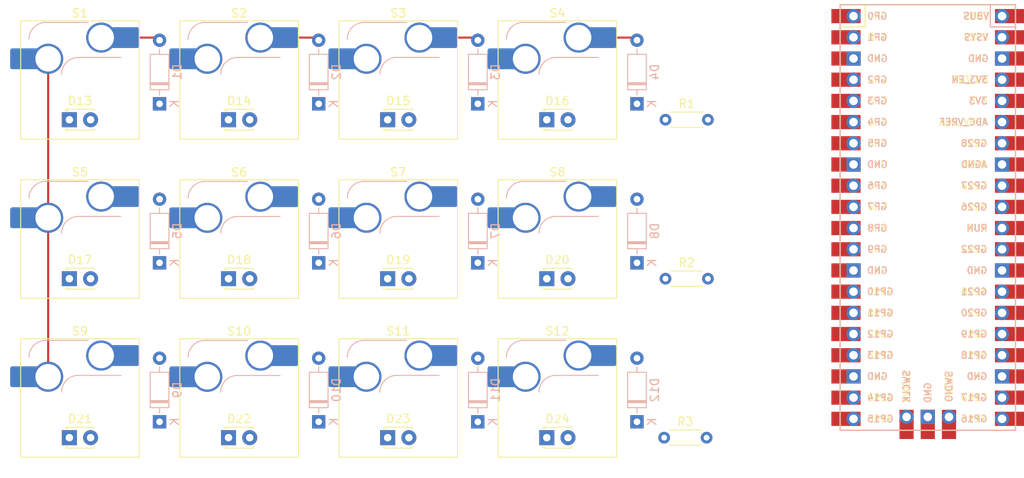
<source format=kicad_pcb>
(kicad_pcb (version 20221018) (generator pcbnew)
  (layers (0 "F.Cu" signal) (31 "B.Cu" signal) (34 "B.Paste" user) (35 "F.Paste" user) (36 "B.SilkS" user "B.Silkscreen") (37 "F.SilkS" user "F.Silkscreen") (38 "B.Mask" user) (39 "F.Mask" user) (44 "Edge.Cuts" user))
  (net 0 "")
  (net 1 "Row 1")
  (net 2 "Net-(D1-A)")
  (net 3 "Net-(D2-A)")
  (net 4 "Net-(D3-A)")
  (net 5 "Net-(D4-A)")
  (net 6 "Row 2")
  (net 7 "Net-(D5-A)")
  (net 8 "Net-(D6-A)")
  (net 9 "Net-(D7-A)")
  (net 10 "Net-(D8-A)")
  (net 11 "Row 3")
  (net 12 "Net-(D9-A)")
  (net 13 "Net-(D10-A)")
  (net 14 "Net-(D11-A)")
  (net 15 "Net-(D12-A)")
  (net 16 "Column 1")
  (net 17 "Column 2")
  (net 18 "Column 3")
  (net 19 "Column 4")
  (net 49 "Column 5")
  (net 50 "Net-(D13-A)")
  (net 51 "Column 6")
  (net 52 "Column 7")
  (net 53 "Column 8")
  (net 54 "Net-(D17-A)")
  (net 55 "Net-(D21-A)")
  (net 56 "Row 4")
  (net 57 "Row 5")
  (net 58 "Row 6")
  (footprint "LED_THT:LED_D1.8mm_W3.3mm_H2.4mm" (layer "F.Cu") (at 77.81625 80.2875)
    (fp_text reference "D22" (at 1.27 -2.26) (layer "F.SilkS"))
    (fp_text value "LED")
    (pad "1" thru_hole rect (at 0 0) (size 1.8 1.8) (drill 0.9) (layers "*.Cu" "*.Mask") (net 51 "Column 6"))
    (pad "2" thru_hole circle (at 2.54 0) (size 1.8 1.8) (drill 0.9) (layers "*.Cu" "*.Mask") (net 55 "Net-(D21-A)"))
  )
  (footprint "ScottoKeebs_Hotswap:Hotswap_MX_Plated_1.00u" (layer "F.Cu") (at 60.03625 75.525)
    (fp_text reference "S9" (at 0 -8) (layer "F.SilkS"))
    (fp_text value "Keyswitch")
    (pad "" np_thru_hole circle (at -5.08 0) (size 1.75 1.75) (drill 1.75) (layers "F&B.Cu" "*.Mask") (clearance 0.1))
    (pad "" np_thru_hole circle (at 0 0) (size 4 4) (drill 4) (layers "*.Cu" "*.Mask"))
    (pad "" np_thru_hole circle (at 5.08 0) (size 1.75 1.75) (drill 1.75) (layers "*.Cu" "*.Mask"))
    (pad "1" smd roundrect (at -6.585 -2.54) (size 3.55 2.5) (layers "B.Cu") (roundrect_rratio 0.1) (net 16 "Column 1"))
    (pad "1" thru_hole circle (at -3.81 -2.54) (size 3.6 3.6) (drill 3.05) (layers "*.Cu" "*.Mask") (net 16 "Column 1"))
    (pad "2" thru_hole circle (at 2.54 -5.08) (size 3.6 3.6) (drill 3.05) (layers "*.Cu" "*.Mask") (net 12 "Net-(D9-A)"))
    (pad "2" smd roundrect (at 5.32 -5.08) (size 3.55 2.5) (layers "B.Cu") (roundrect_rratio 0.1) (net 12 "Net-(D9-A)"))
  )
  (footprint "ScottoKeebs_MCU:Raspberry_Pi_Pico" (layer "F.Cu") (at 161.52375 53.9)
    (fp_text reference "U1" hide)
    (fp_text value "Raspberry_Pi_Pico" hide)
    (fp_text user "GP0" (at -6.04 -24.13) (layer "B.SilkS") (effects (font (size 0.8 0.8)) (justify mirror)))
    (fp_text user "GP14" (at -5.69 21.59) (layer "B.SilkS") (effects (font (size 0.8 0.8)) (justify mirror)))
    (fp_text user "GP2" (at -6.04 -16.51) (layer "B.SilkS") (effects (font (size 0.8 0.8)) (justify mirror)))
    (fp_text user "VBUS" (at 5.79 -24.13) (layer "B.SilkS") (effects (font (size 0.8 0.8)) (justify mirror)))
    (fp_text user "GP13" (at -5.69 16.51) (layer "B.SilkS") (effects (font (size 0.8 0.8)) (justify mirror)))
    (fp_text user "AGND" (at 5.54 -6.35) (layer "B.SilkS") (effects (font (size 0.8 0.8)) (justify mirror)))
    (fp_text user "GP4" (at -6.04 -11.43) (layer "B.SilkS") (effects (font (size 0.8 0.8)) (justify mirror)))
    (fp_text user "3V3_EN" (at 5.04 -16.51) (layer "B.SilkS") (effects (font (size 0.8 0.8)) (justify mirror)))
    (fp_text user "GND" (at 5.89 6.35) (layer "B.SilkS") (effects (font (size 0.8 0.8)) (justify mirror)))
    (fp_text user "GP17" (at 5.54 21.59) (layer "B.SilkS") (effects (font (size 0.8 0.8)) (justify mirror)))
    (fp_text user "GP11" (at -5.69 11.43) (layer "B.SilkS") (effects (font (size 0.8 0.8)) (justify mirror)))
    (fp_text user "GP3" (at -6.04 -13.97) (layer "B.SilkS") (effects (font (size 0.8 0.8)) (justify mirror)))
    (fp_text user "GP8" (at -6.04 1.27) (layer "B.SilkS") (effects (font (size 0.8 0.8)) (justify mirror)))
    (fp_text user "GP9" (at -6.04 3.81) (layer "B.SilkS") (effects (font (size 0.8 0.8)) (justify mirror)))
    (fp_text user "GP22" (at 5.54 3.81) (layer "B.SilkS") (effects (font (size 0.8 0.8)) (justify mirror)))
    (fp_text user "GP10" (at -5.69 8.89) (layer "B.SilkS") (effects (font (size 0.8 0.8)) (justify mirror)))
    (fp_text user "GP6" (at -6.04 -3.81) (layer "B.SilkS") (effects (font (size 0.8 0.8)) (justify mirror)))
    (fp_text user "GP7" (at -6.04 -1.3) (layer "B.SilkS") (effects (font (size 0.8 0.8)) (justify mirror)))
    (fp_text user "GP16" (at 5.54 24.13) (layer "B.SilkS") (effects (font (size 0.8 0.8)) (justify mirror)))
    (fp_text user "GND" (at -6.04 19.05) (layer "B.SilkS") (effects (font (size 0.8 0.8)) (justify mirror)))
    (fp_text user "GP20" (at 5.54 11.43) (layer "B.SilkS") (effects (font (size 0.8 0.8)) (justify mirror)))
    (fp_text user "GND" (at 6.04 -19.05) (layer "B.SilkS") (effects (font (size 0.8 0.8)) (justify mirror)))
    (fp_text user "GP12" (at -5.69 13.97) (layer "B.SilkS") (effects (font (size 0.8 0.8)) (justify mirror)))
    (fp_text user "GP28" (at 5.54 -8.89) (layer "B.SilkS") (effects (font (size 0.8 0.8)) (justify mirror)))
    (fp_text user "GP21" (at 5.54 8.9) (layer "B.SilkS") (effects (font (size 0.8 0.8)) (justify mirror)))
    (fp_text user "GP5" (at -6.04 -8.89) (layer "B.SilkS") (effects (font (size 0.8 0.8)) (justify mirror)))
    (fp_text user "SWDIO" (at 2.54 20.25 -90) (layer "B.SilkS") (effects (font (size 0.8 0.8)) (justify mirror)))
    (fp_text user "GP18" (at 5.54 16.51) (layer "B.SilkS") (effects (font (size 0.8 0.8)) (justify mirror)))
    (fp_text user "3V3" (at 6.04 -13.97) (layer "B.SilkS") (effects (font (size 0.8 0.8)) (justify mirror)))
    (fp_text user "GP27" (at 5.54 -3.8) (layer "B.SilkS") (effects (font (size 0.8 0.8)) (justify mirror)))
    (fp_text user "GND" (at 0 21 -90) (layer "B.SilkS") (effects (font (size 0.8 0.8)) (justify mirror)))
    (fp_text user "ADC_VREF" (at 4.29 -11.43) (layer "B.SilkS") (effects (font (size 0.8 0.8)) (justify mirror)))
    (fp_text user "GP26" (at 5.54 -1.27) (layer "B.SilkS") (effects (font (size 0.8 0.8)) (justify mirror)))
    (fp_text user "GND" (at -6.04 -6.35) (layer "B.SilkS") (effects (font (size 0.8 0.8)) (justify mirror)))
    (fp_text user "VSYS" (at 5.79 -21.59) (layer "B.SilkS") (effects (font (size 0.8 0.8)) (justify mirror)))
    (fp_text user "GP1" (at -6.04 -21.6) (layer "B.SilkS") (effects (font (size 0.8 0.8)) (justify mirror)))
    (fp_text user "RUN" (at 5.89 1.27) (layer "B.SilkS") (effects (font (size 0.8 0.8)) (justify mirror)))
    (fp_text user "GP19" (at 5.54 13.97) (layer "B.SilkS") (effects (font (size 0.8 0.8)) (justify mirror)))
    (fp_text user "GND" (at -6.04 -19.05) (layer "B.SilkS") (effects (font (size 0.8 0.8)) (justify mirror)))
    (fp_text user "SWCLK" (at -2.54 20.25 -90) (layer "B.SilkS") (effects (font (size 0.8 0.8)) (justify mirror)))
    (fp_text user "GP15" (at -5.69 24.13) (layer "B.SilkS") (effects (font (size 0.8 0.8)) (justify mirror)))
    (fp_text user "GND" (at -6.04 6.35) (layer "B.SilkS") (effects (font (size 0.8 0.8)) (justify mirror)))
    (fp_text user "GND" (at 5.89 19.05) (layer "B.SilkS") (effects (font (size 0.8 0.8)) (justify mirror)))
    (fp_text user "GND" (at -6.04 -19.05) (layer "F.SilkS") (effects (font (size 0.8 0.8))))
    (fp_text user "SWDIO" (at 2.54 20.25 90) (layer "F.SilkS") (effects (font (size 0.8 0.8))))
    (fp_text user "GP15" (at -5.69 24.13) (layer "F.SilkS") (effects (font (size 0.8 0.8))))
    (fp_text user "GP3" (at -6.04 -13.97) (layer "F.SilkS") (effects (font (size 0.8 0.8))))
    (fp_text user "GP26" (at 5.54 -1.27) (layer "F.SilkS") (effects (font (size 0.8 0.8))))
    (fp_text user "GP5" (at -6.04 -8.89) (layer "F.SilkS") (effects (font (size 0.8 0.8))))
    (fp_text user "GP27" (at 5.54 -3.8) (layer "F.SilkS") (effects (font (size 0.8 0.8))))
    (fp_text user "GND" (at -6.04 19.05) (layer "F.SilkS") (effects (font (size 0.8 0.8))))
    (fp_text user "GND" (at 6.04 -19.05) (layer "F.SilkS") (effects (font (size 0.8 0.8))))
    (fp_text user "GP10" (at -5.69 8.89) (layer "F.SilkS") (effects (font (size 0.8 0.8))))
    (fp_text user "GP21" (at 5.54 8.9) (layer "F.SilkS") (effects (font (size 0.8 0.8))))
    (fp_text user "GP28" (at 5.54 -8.89) (layer "F.SilkS") (effects (font (size 0.8 0.8))))
    (fp_text user "VSYS" (at 5.79 -21.59) (layer "F.SilkS") (effects (font (size 0.8 0.8))))
    (fp_text user "GND" (at 0 21 90) (layer "F.SilkS") (effects (font (size 0.8 0.8))))
    (fp_text user "GP8" (at -6.04 1.27) (layer "F.SilkS") (effects (font (size 0.8 0.8))))
    (fp_text user "VBUS" (at 5.79 -24.13) (layer "F.SilkS") (effects (font (size 0.8 0.8))))
    (fp_text user "GND" (at -6.04 6.35) (layer "F.SilkS") (effects (font (size 0.8 0.8))))
    (fp_text user "GP2" (at -6.04 -16.51) (layer "F.SilkS") (effects (font (size 0.8 0.8))))
    (fp_text user "GP0" (at -6.04 -24.13) (layer "F.SilkS") (effects (font (size 0.8 0.8))))
    (fp_text user "GP9" (at -6.04 3.81) (layer "F.SilkS") (effects (font (size 0.8 0.8))))
    (fp_text user "RUN" (at 5.89 1.27) (layer "F.SilkS") (effects (font (size 0.8 0.8))))
    (fp_text user "3V3" (at 6.04 -13.97) (layer "F.SilkS") (effects (font (size 0.8 0.8))))
    (fp_text user "SWCLK" (at -2.54 20.25 90) (layer "F.SilkS") (effects (font (size 0.8 0.8))))
    (fp_text user "GP17" (at 5.54 21.59) (layer "F.SilkS") (effects (font (size 0.8 0.8))))
    (fp_text user "ADC_VREF" (at 4.29 -11.43) (layer "F.SilkS") (effects (font (size 0.8 0.8))))
    (fp_text user "GP4" (at -6.04 -11.43) (layer "F.SilkS") (effects (font (size 0.8 0.8))))
    (fp_text user "GND" (at -6.04 -6.35) (layer "F.SilkS") (effects (font (size 0.8 0.8))))
    (fp_text user "GP22" (at 5.54 3.81) (layer "F.SilkS") (effects (font (size 0.8 0.8))))
    (fp_text user "GND" (at 5.89 19.05) (layer "F.SilkS") (effects (font (size 0.8 0.8))))
    (fp_text user "GP19" (at 5.54 13.97) (layer "F.SilkS") (effects (font (size 0.8 0.8))))
    (fp_text user "GP12" (at -5.69 13.97) (layer "F.SilkS") (effects (font (size 0.8 0.8))))
    (fp_text user "GND" (at 5.89 6.35) (layer "F.SilkS") (effects (font (size 0.8 0.8))))
    (fp_text user "3V3_EN" (at 5.04 -16.51) (layer "F.SilkS") (effects (font (size 0.8 0.8))))
    (fp_text user "GP20" (at 5.54 11.43) (layer "F.SilkS") (effects (font (size 0.8 0.8))))
    (fp_text user "GP13" (at -5.69 16.51) (layer "F.SilkS") (effects (font (size 0.8 0.8))))
    (fp_text user "GP16" (at 5.54 24.13) (layer "F.SilkS") (effects (font (size 0.8 0.8))))
    (fp_text user "GP18" (at 5.54 16.51) (layer "F.SilkS") (effects (font (size 0.8 0.8))))
    (fp_text user "GP11" (at -5.69 11.43) (layer "F.SilkS") (effects (font (size 0.8 0.8))))
    (fp_text user "AGND" (at 5.54 -6.35) (layer "F.SilkS") (effects (font (size 0.8 0.8))))
    (fp_text user "GP7" (at -6.04 -1.3) (layer "F.SilkS") (effects (font (size 0.8 0.8))))
    (fp_text user "GP14" (at -5.69 21.59) (layer "F.SilkS") (effects (font (size 0.8 0.8))))
    (fp_text user "GP6" (at -6.04 -3.81) (layer "F.SilkS") (effects (font (size 0.8 0.8))))
    (fp_text user "GP1" (at -6.04 -21.6) (layer "F.SilkS") (effects (font (size 0.8 0.8))))
    (pad "1" thru_hole oval (at -8.89 -24.13) (size 1.7 1.7) (drill 1.02) (layers "*.Cu" "*.Mask"))
    (pad "1" smd rect (at -8.89 -24.13) (size 3.5 1.7) (drill (offset -0.9 0)) (layers "F.Cu" "F.Mask"))
    (pad "2" thru_hole oval (at -8.89 -21.59) (size 1.7 1.7) (drill 1.02) (layers "*.Cu" "*.Mask"))
    (pad "2" smd rect (at -8.89 -21.59) (size 3.5 1.7) (drill (offset -0.9 0)) (layers "F.Cu" "F.Mask"))
    (pad "3" thru_hole rect (at -8.89 -19.05) (size 1.7 1.7) (drill 1.02) (layers "*.Cu" "*.Mask"))
    (pad "3" smd rect (at -8.89 -19.05) (size 3.5 1.7) (drill (offset -0.9 0)) (layers "F.Cu" "F.Mask"))
    (pad "4" thru_hole oval (at -8.89 -16.51) (size 1.7 1.7) (drill 1.02) (layers "*.Cu" "*.Mask") (net 16 "Column 1"))
    (pad "4" smd rect (at -8.89 -16.51) (size 3.5 1.7) (drill (offset -0.9 0)) (layers "F.Cu" "F.Mask") (net 16 "Column 1"))
    (pad "5" thru_hole oval (at -8.89 -13.97) (size 1.7 1.7) (drill 1.02) (layers "*.Cu" "*.Mask") (net 17 "Column 2"))
    (pad "5" smd rect (at -8.89 -13.97) (size 3.5 1.7) (drill (offset -0.9 0)) (layers "F.Cu" "F.Mask") (net 17 "Column 2"))
    (pad "6" thru_hole oval (at -8.89 -11.43) (size 1.7 1.7) (drill 1.02) (layers "*.Cu" "*.Mask") (net 18 "Column 3"))
    (pad "6" smd rect (at -8.89 -11.43) (size 3.5 1.7) (drill (offset -0.9 0)) (layers "F.Cu" "F.Mask") (net 18 "Column 3"))
    (pad "7" thru_hole oval (at -8.89 -8.89) (size 1.7 1.7) (drill 1.02) (layers "*.Cu" "*.Mask") (net 19 "Column 4"))
    (pad "7" smd rect (at -8.89 -8.89) (size 3.5 1.7) (drill (offset -0.9 0)) (layers "F.Cu" "F.Mask") (net 19 "Column 4"))
    (pad "8" thru_hole rect (at -8.89 -6.35) (size 1.7 1.7) (drill 1.02) (layers "*.Cu" "*.Mask"))
    (pad "8" smd rect (at -8.89 -6.35) (size 3.5 1.7) (drill (offset -0.9 0)) (layers "F.Cu" "F.Mask"))
    (pad "9" thru_hole oval (at -8.89 -3.81) (size 1.7 1.7) (drill 1.02) (layers "*.Cu" "*.Mask") (net 1 "Row 1"))
    (pad "9" smd rect (at -8.89 -3.81) (size 3.5 1.7) (drill (offset -0.9 0)) (layers "F.Cu" "F.Mask") (net 1 "Row 1"))
    (pad "10" thru_hole oval (at -8.89 -1.27) (size 1.7 1.7) (drill 1.02) (layers "*.Cu" "*.Mask") (net 6 "Row 2"))
    (pad "10" smd rect (at -8.89 -1.27) (size 3.5 1.7) (drill (offset -0.9 0)) (layers "F.Cu" "F.Mask") (net 6 "Row 2"))
    (pad "11" thru_hole oval (at -8.89 1.27) (size 1.7 1.7) (drill 1.02) (layers "*.Cu" "*.Mask") (net 11 "Row 3"))
    (pad "11" smd rect (at -8.89 1.27) (size 3.5 1.7) (drill (offset -0.9 0)) (layers "F.Cu" "F.Mask") (net 11 "Row 3"))
    (pad "12" thru_hole oval (at -8.89 3.81) (size 1.7 1.7) (drill 1.02) (layers "*.Cu" "*.Mask") (net 49 "Column 5"))
    (pad "12" smd rect (at -8.89 3.81) (size 3.5 1.7) (drill (offset -0.9 0)) (layers "F.Cu" "F.Mask") (net 49 "Column 5"))
    (pad "13" thru_hole rect (at -8.89 6.35) (size 1.7 1.7) (drill 1.02) (layers "*.Cu" "*.Mask"))
    (pad "13" smd rect (at -8.89 6.35) (size 3.5 1.7) (drill (offset -0.9 0)) (layers "F.Cu" "F.Mask"))
    (pad "14" thru_hole oval (at -8.89 8.89) (size 1.7 1.7) (drill 1.02) (layers "*.Cu" "*.Mask") (net 51 "Column 6"))
    (pad "14" smd rect (at -8.89 8.89) (size 3.5 1.7) (drill (offset -0.9 0)) (layers "F.Cu" "F.Mask") (net 51 "Column 6"))
    (pad "15" thru_hole oval (at -8.89 11.43) (size 1.7 1.7) (drill 1.02) (layers "*.Cu" "*.Mask") (net 52 "Column 7"))
    (pad "15" smd rect (at -8.89 11.43) (size 3.5 1.7) (drill (offset -0.9 0)) (layers "F.Cu" "F.Mask") (net 52 "Column 7"))
    (pad "16" thru_hole oval (at -8.89 13.97) (size 1.7 1.7) (drill 1.02) (layers "*.Cu" "*.Mask") (net 53 "Column 8"))
    (pad "16" smd rect (at -8.89 13.97) (size 3.5 1.7) (drill (offset -0.9 0)) (layers "F.Cu" "F.Mask") (net 53 "Column 8"))
    (pad "17" thru_hole oval (at -8.89 16.51) (size 1.7 1.7) (drill 1.02) (layers "*.Cu" "*.Mask") (net 56 "Row 4"))
    (pad "17" smd rect (at -8.89 16.51) (size 3.5 1.7) (drill (offset -0.9 0)) (layers "F.Cu" "F.Mask") (net 56 "Row 4"))
    (pad "18" thru_hole rect (at -8.89 19.05) (size 1.7 1.7) (drill 1.02) (layers "*.Cu" "*.Mask"))
    (pad "18" smd rect (at -8.89 19.05) (size 3.5 1.7) (drill (offset -0.9 0)) (layers "F.Cu" "F.Mask"))
    (pad "19" thru_hole oval (at -8.89 21.59) (size 1.7 1.7) (drill 1.02) (layers "*.Cu" "*.Mask") (net 57 "Row 5"))
    (pad "19" smd rect (at -8.89 21.59) (size 3.5 1.7) (drill (offset -0.9 0)) (layers "F.Cu" "F.Mask") (net 57 "Row 5"))
    (pad "20" thru_hole oval (at -8.89 24.13) (size 1.7 1.7) (drill 1.02) (layers "*.Cu" "*.Mask") (net 58 "Row 6"))
    (pad "20" smd rect (at -8.89 24.13) (size 3.5 1.7) (drill (offset -0.9 0)) (layers "F.Cu" "F.Mask") (net 58 "Row 6"))
    (pad "21" thru_hole oval (at 8.89 24.13) (size 1.7 1.7) (drill 1.02) (layers "*.Cu" "*.Mask"))
    (pad "21" smd rect (at 8.89 24.13) (size 3.5 1.7) (drill (offset 0.9 0)) (layers "F.Cu" "F.Mask"))
    (pad "22" thru_hole oval (at 8.89 21.59) (size 1.7 1.7) (drill 1.02) (layers "*.Cu" "*.Mask"))
    (pad "22" smd rect (at 8.89 21.59) (size 3.5 1.7) (drill (offset 0.9 0)) (layers "F.Cu" "F.Mask"))
    (pad "23" thru_hole rect (at 8.89 19.05) (size 1.7 1.7) (drill 1.02) (layers "*.Cu" "*.Mask"))
    (pad "23" smd rect (at 8.89 19.05) (size 3.5 1.7) (drill (offset 0.9 0)) (layers "F.Cu" "F.Mask"))
    (pad "24" thru_hole oval (at 8.89 16.51) (size 1.7 1.7) (drill 1.02) (layers "*.Cu" "*.Mask"))
    (pad "24" smd rect (at 8.89 16.51) (size 3.5 1.7) (drill (offset 0.9 0)) (layers "F.Cu" "F.Mask"))
    (pad "25" thru_hole oval (at 8.89 13.97) (size 1.7 1.7) (drill 1.02) (layers "*.Cu" "*.Mask"))
    (pad "25" smd rect (at 8.89 13.97) (size 3.5 1.7) (drill (offset 0.9 0)) (layers "F.Cu" "F.Mask"))
    (pad "26" thru_hole oval (at 8.89 11.43) (size 1.7 1.7) (drill 1.02) (layers "*.Cu" "*.Mask"))
    (pad "26" smd rect (at 8.89 11.43) (size 3.5 1.7) (drill (offset 0.9 0)) (layers "F.Cu" "F.Mask"))
    (pad "27" thru_hole oval (at 8.89 8.89) (size 1.7 1.7) (drill 1.02) (layers "*.Cu" "*.Mask"))
    (pad "27" smd rect (at 8.89 8.89) (size 3.5 1.7) (drill (offset 0.9 0)) (layers "F.Cu" "F.Mask"))
    (pad "28" thru_hole rect (at 8.89 6.35) (size 1.7 1.7) (drill 1.02) (layers "*.Cu" "*.Mask"))
    (pad "28" smd rect (at 8.89 6.35) (size 3.5 1.7) (drill (offset 0.9 0)) (layers "F.Cu" "F.Mask"))
    (pad "29" thru_hole oval (at 8.89 3.81) (size 1.7 1.7) (drill 1.02) (layers "*.Cu" "*.Mask"))
    (pad "29" smd rect (at 8.89 3.81) (size 3.5 1.7) (drill (offset 0.9 0)) (layers "F.Cu" "F.Mask"))
    (pad "30" thru_hole oval (at 8.89 1.27) (size 1.7 1.7) (drill 1.02) (layers "*.Cu" "*.Mask"))
    (pad "30" smd rect (at 8.89 1.27) (size 3.5 1.7) (drill (offset 0.9 0)) (layers "F.Cu" "F.Mask"))
    (pad "31" thru_hole oval (at 8.89 -1.27) (size 1.7 1.7) (drill 1.02) (layers "*.Cu" "*.Mask"))
    (pad "31" smd rect (at 8.89 -1.27) (size 3.5 1.7) (drill (offset 0.9 0)) (layers "F.Cu" "F.Mask"))
    (pad "32" thru_hole oval (at 8.89 -3.81) (size 1.7 1.7) (drill 1.02) (layers "*.Cu" "*.Mask"))
    (pad "32" smd rect (at 8.89 -3.81) (size 3.5 1.7) (drill (offset 0.9 0)) (layers "F.Cu" "F.Mask"))
    (pad "33" thru_hole rect (at 8.89 -6.35) (size 1.7 1.7) (drill 1.02) (layers "*.Cu" "*.Mask"))
    (pad "33" smd rect (at 8.89 -6.35) (size 3.5 1.7) (drill (offset 0.9 0)) (layers "F.Cu" "F.Mask"))
    (pad "34" thru_hole oval (at 8.89 -8.89) (size 1.7 1.7) (drill 1.02) (layers "*.Cu" "*.Mask"))
    (pad "34" smd rect (at 8.89 -8.89) (size 3.5 1.7) (drill (offset 0.9 0)) (layers "F.Cu" "F.Mask"))
    (pad "35" thru_hole oval (at 8.89 -11.43) (size 1.7 1.7) (drill 1.02) (layers "*.Cu" "*.Mask"))
    (pad "35" smd rect (at 8.89 -11.43) (size 3.5 1.7) (drill (offset 0.9 0)) (layers "F.Cu" "F.Mask"))
    (pad "36" thru_hole oval (at 8.89 -13.97) (size 1.7 1.7) (drill 1.02) (layers "*.Cu" "*.Mask"))
    (pad "36" smd rect (at 8.89 -13.97) (size 3.5 1.7) (drill (offset 0.9 0)) (layers "F.Cu" "F.Mask"))
    (pad "37" thru_hole oval (at 8.89 -16.51) (size 1.7 1.7) (drill 1.02) (layers "*.Cu" "*.Mask"))
    (pad "37" smd rect (at 8.89 -16.51) (size 3.5 1.7) (drill (offset 0.9 0)) (layers "F.Cu" "F.Mask"))
    (pad "38" thru_hole rect (at 8.89 -19.05) (size 1.7 1.7) (drill 1.02) (layers "*.Cu" "*.Mask"))
    (pad "38" smd rect (at 8.89 -19.05) (size 3.5 1.7) (drill (offset 0.9 0)) (layers "F.Cu" "F.Mask"))
    (pad "39" thru_hole oval (at 8.89 -21.59) (size 1.7 1.7) (drill 1.02) (layers "*.Cu" "*.Mask"))
    (pad "39" smd rect (at 8.89 -21.59) (size 3.5 1.7) (drill (offset 0.9 0)) (layers "F.Cu" "F.Mask"))
    (pad "40" thru_hole oval (at 8.89 -24.13) (size 1.7 1.7) (drill 1.02) (layers "*.Cu" "*.Mask"))
    (pad "40" smd rect (at 8.89 -24.13) (size 3.5 1.7) (drill (offset 0.9 0)) (layers "F.Cu" "F.Mask"))
    (pad "41" thru_hole oval (at -2.54 23.9) (size 1.7 1.7) (drill 1.02) (layers "*.Cu" "*.Mask"))
    (pad "41" smd rect (at -2.54 23.9 90) (size 3.5 1.7) (drill (offset -0.9 0)) (layers "F.Cu" "F.Mask"))
    (pad "42" thru_hole rect (at 0 23.9) (size 1.7 1.7) (drill 1.02) (layers "*.Cu" "*.Mask"))
    (pad "42" smd rect (at 0 23.9 90) (size 3.5 1.7) (drill (offset -0.9 0)) (layers "F.Cu" "F.Mask"))
    (pad "43" thru_hole oval (at 2.54 23.9) (size 1.7 1.7) (drill 1.02) (layers "*.Cu" "*.Mask"))
    (pad "43" smd rect (at 2.54 23.9 90) (size 3.5 1.7) (drill (offset -0.9 0)) (layers "F.Cu" "F.Mask"))
  )
  (footprint "LED_THT:LED_D1.8mm_W3.3mm_H2.4mm" (layer "F.Cu") (at 58.76625 61.2375)
    (fp_text reference "D17" (at 1.27 -2.26) (layer "F.SilkS"))
    (fp_text value "LED")
    (pad "1" thru_hole rect (at 0 0) (size 1.8 1.8) (drill 0.9) (layers "*.Cu" "*.Mask") (net 49 "Column 5"))
    (pad "2" thru_hole circle (at 2.54 0) (size 1.8 1.8) (drill 0.9) (layers "*.Cu" "*.Mask") (net 54 "Net-(D17-A)"))
  )
  (footprint "ScottoKeebs_Hotswap:Hotswap_MX_Plated_1.00u" (layer "F.Cu") (at 79.08625 56.484375)
    (fp_text reference "S6" (at 0 -8) (layer "F.SilkS"))
    (fp_text value "Keyswitch")
    (pad "" np_thru_hole circle (at -5.08 0) (size 1.75 1.75) (drill 1.75) (layers "F&B.Cu" "*.Mask") (clearance 0.1))
    (pad "" np_thru_hole circle (at 0 0) (size 4 4) (drill 4) (layers "*.Cu" "*.Mask"))
    (pad "" np_thru_hole circle (at 5.08 0) (size 1.75 1.75) (drill 1.75) (layers "*.Cu" "*.Mask"))
    (pad "1" smd roundrect (at -6.585 -2.54) (size 3.55 2.5) (layers "B.Cu") (roundrect_rratio 0.1) (net 17 "Column 2"))
    (pad "1" thru_hole circle (at -3.81 -2.54) (size 3.6 3.6) (drill 3.05) (layers "*.Cu" "*.Mask") (net 17 "Column 2"))
    (pad "2" thru_hole circle (at 2.54 -5.08) (size 3.6 3.6) (drill 3.05) (layers "*.Cu" "*.Mask") (net 8 "Net-(D6-A)"))
    (pad "2" smd roundrect (at 5.32 -5.08) (size 3.55 2.5) (layers "B.Cu") (roundrect_rratio 0.1) (net 8 "Net-(D6-A)"))
  )
  (footprint "LED_THT:LED_D1.8mm_W3.3mm_H2.4mm" (layer "F.Cu") (at 96.86625 80.2875)
    (fp_text reference "D23" (at 1.27 -2.26) (layer "F.SilkS"))
    (fp_text value "LED")
    (pad "1" thru_hole rect (at 0 0) (size 1.8 1.8) (drill 0.9) (layers "*.Cu" "*.Mask") (net 52 "Column 7"))
    (pad "2" thru_hole circle (at 2.54 0) (size 1.8 1.8) (drill 0.9) (layers "*.Cu" "*.Mask") (net 55 "Net-(D21-A)"))
  )
  (footprint "ScottoKeebs_Hotswap:Hotswap_MX_Plated_1.00u" (layer "F.Cu") (at 79.08625 75.534375)
    (fp_text reference "S10" (at 0 -8) (layer "F.SilkS"))
    (fp_text value "Keyswitch")
    (pad "" np_thru_hole circle (at -5.08 0) (size 1.75 1.75) (drill 1.75) (layers "F&B.Cu" "*.Mask") (clearance 0.1))
    (pad "" np_thru_hole circle (at 0 0) (size 4 4) (drill 4) (layers "*.Cu" "*.Mask"))
    (pad "" np_thru_hole circle (at 5.08 0) (size 1.75 1.75) (drill 1.75) (layers "*.Cu" "*.Mask"))
    (pad "1" smd roundrect (at -6.585 -2.54) (size 3.55 2.5) (layers "B.Cu") (roundrect_rratio 0.1) (net 17 "Column 2"))
    (pad "1" thru_hole circle (at -3.81 -2.54) (size 3.6 3.6) (drill 3.05) (layers "*.Cu" "*.Mask") (net 17 "Column 2"))
    (pad "2" thru_hole circle (at 2.54 -5.08) (size 3.6 3.6) (drill 3.05) (layers "*.Cu" "*.Mask") (net 13 "Net-(D10-A)"))
    (pad "2" smd roundrect (at 5.32 -5.08) (size 3.55 2.5) (layers "B.Cu") (roundrect_rratio 0.1) (net 13 "Net-(D10-A)"))
  )
  (footprint "LED_THT:LED_D1.8mm_W3.3mm_H2.4mm" (layer "F.Cu") (at 115.91625 61.2375)
    (fp_text reference "D20" (at 1.27 -2.26) (layer "F.SilkS"))
    (fp_text value "LED")
    (pad "1" thru_hole rect (at 0 0) (size 1.8 1.8) (drill 0.9) (layers "*.Cu" "*.Mask") (net 53 "Column 8"))
    (pad "2" thru_hole circle (at 2.54 0) (size 1.8 1.8) (drill 0.9) (layers "*.Cu" "*.Mask") (net 54 "Net-(D17-A)"))
  )
  (footprint "ScottoKeebs_Hotswap:Hotswap_MX_Plated_1.00u" (layer "F.Cu") (at 60.03625 56.475)
    (fp_text reference "S5" (at 0 -8) (layer "F.SilkS"))
    (fp_text value "Keyswitch")
    (pad "" np_thru_hole circle (at -5.08 0) (size 1.75 1.75) (drill 1.75) (layers "F&B.Cu" "*.Mask") (clearance 0.1))
    (pad "" np_thru_hole circle (at 0 0) (size 4 4) (drill 4) (layers "*.Cu" "*.Mask"))
    (pad "" np_thru_hole circle (at 5.08 0) (size 1.75 1.75) (drill 1.75) (layers "*.Cu" "*.Mask"))
    (pad "1" smd roundrect (at -6.585 -2.54) (size 3.55 2.5) (layers "B.Cu") (roundrect_rratio 0.1) (net 16 "Column 1"))
    (pad "1" thru_hole circle (at -3.81 -2.54) (size 3.6 3.6) (drill 3.05) (layers "*.Cu" "*.Mask") (net 16 "Column 1"))
    (pad "2" thru_hole circle (at 2.54 -5.08) (size 3.6 3.6) (drill 3.05) (layers "*.Cu" "*.Mask") (net 7 "Net-(D5-A)"))
    (pad "2" smd roundrect (at 5.32 -5.08) (size 3.55 2.5) (layers "B.Cu") (roundrect_rratio 0.1) (net 7 "Net-(D5-A)"))
  )
  (footprint "ScottoKeebs_Hotswap:Hotswap_MX_Plated_1.00u" (layer "F.Cu") (at 79.08625 37.425)
    (fp_text reference "S2" (at 0 -8) (layer "F.SilkS"))
    (fp_text value "Keyswitch")
    (pad "" np_thru_hole circle (at -5.08 0) (size 1.75 1.75) (drill 1.75) (layers "F&B.Cu" "*.Mask") (clearance 0.1))
    (pad "" np_thru_hole circle (at 0 0) (size 4 4) (drill 4) (layers "*.Cu" "*.Mask"))
    (pad "" np_thru_hole circle (at 5.08 0) (size 1.75 1.75) (drill 1.75) (layers "*.Cu" "*.Mask"))
    (pad "1" smd roundrect (at -6.585 -2.54) (size 3.55 2.5) (layers "B.Cu") (roundrect_rratio 0.1) (net 17 "Column 2"))
    (pad "1" thru_hole circle (at -3.81 -2.54) (size 3.6 3.6) (drill 3.05) (layers "*.Cu" "*.Mask") (net 17 "Column 2"))
    (pad "2" thru_hole circle (at 2.54 -5.08) (size 3.6 3.6) (drill 3.05) (layers "*.Cu" "*.Mask") (net 3 "Net-(D2-A)"))
    (pad "2" smd roundrect (at 5.32 -5.08) (size 3.55 2.5) (layers "B.Cu") (roundrect_rratio 0.1) (net 3 "Net-(D2-A)"))
  )
  (footprint "Resistor_THT:R_Axial_DIN0204_L3.6mm_D1.6mm_P5.08mm_Horizontal" (layer "F.Cu") (at 129.965625 80.2875)
    (fp_text reference "R3" (at 2.54 -1.92) (layer "F.SilkS"))
    (fp_text value "R")
    (pad "1" thru_hole circle (at 0 0) (size 1.4 1.4) (drill 0.7) (layers "*.Cu" "*.Mask") (net 55 "Net-(D21-A)"))
    (pad "2" thru_hole oval (at 5.08 0) (size 1.4 1.4) (drill 0.7) (layers "*.Cu" "*.Mask") (net 58 "Row 6"))
  )
  (footprint "LED_THT:LED_D1.8mm_W3.3mm_H2.4mm" (layer "F.Cu") (at 96.86625 42.1875)
    (fp_text reference "D15" (at 1.27 -2.26) (layer "F.SilkS"))
    (fp_text value "LED")
    (pad "1" thru_hole rect (at 0 0) (size 1.8 1.8) (drill 0.9) (layers "*.Cu" "*.Mask") (net 52 "Column 7"))
    (pad "2" thru_hole circle (at 2.54 0) (size 1.8 1.8) (drill 0.9) (layers "*.Cu" "*.Mask") (net 50 "Net-(D13-A)"))
  )
  (footprint "ScottoKeebs_Hotswap:Hotswap_MX_Plated_1.00u" (layer "F.Cu") (at 117.18625 37.425)
    (fp_text reference "S4" (at 0 -8) (layer "F.SilkS"))
    (fp_text value "Keyswitch")
    (pad "" np_thru_hole circle (at -5.08 0) (size 1.75 1.75) (drill 1.75) (layers "F&B.Cu" "*.Mask") (clearance 0.1))
    (pad "" np_thru_hole circle (at 0 0) (size 4 4) (drill 4) (layers "*.Cu" "*.Mask"))
    (pad "" np_thru_hole circle (at 5.08 0) (size 1.75 1.75) (drill 1.75) (layers "*.Cu" "*.Mask"))
    (pad "1" smd roundrect (at -6.585 -2.54) (size 3.55 2.5) (layers "B.Cu") (roundrect_rratio 0.1) (net 19 "Column 4"))
    (pad "1" thru_hole circle (at -3.81 -2.54) (size 3.6 3.6) (drill 3.05) (layers "*.Cu" "*.Mask") (net 19 "Column 4"))
    (pad "2" thru_hole circle (at 2.54 -5.08) (size 3.6 3.6) (drill 3.05) (layers "*.Cu" "*.Mask") (net 5 "Net-(D4-A)"))
    (pad "2" smd roundrect (at 5.32 -5.08) (size 3.55 2.5) (layers "B.Cu") (roundrect_rratio 0.1) (net 5 "Net-(D4-A)"))
  )
  (footprint "Resistor_THT:R_Axial_DIN0204_L3.6mm_D1.6mm_P5.08mm_Horizontal" (layer "F.Cu") (at 130.124375 61.2375)
    (fp_text reference "R2" (at 2.54 -1.92) (layer "F.SilkS"))
    (fp_text value "R")
    (pad "1" thru_hole circle (at 0 0) (size 1.4 1.4) (drill 0.7) (layers "*.Cu" "*.Mask") (net 54 "Net-(D17-A)"))
    (pad "2" thru_hole oval (at 5.08 0) (size 1.4 1.4) (drill 0.7) (layers "*.Cu" "*.Mask") (net 57 "Row 5"))
  )
  (footprint "ScottoKeebs_Hotswap:Hotswap_MX_Plated_1.00u" (layer "F.Cu") (at 60.03625 37.425)
    (fp_text reference "S1" (at 0 -8) (layer "F.SilkS"))
    (fp_text value "Keyswitch")
    (pad "" np_thru_hole circle (at -5.08 0) (size 1.75 1.75) (drill 1.75) (layers "F&B.Cu" "*.Mask") (clearance 0.1))
    (pad "" np_thru_hole circle (at 0 0) (size 4 4) (drill 4) (layers "*.Cu" "*.Mask"))
    (pad "" np_thru_hole circle (at 5.08 0) (size 1.75 1.75) (drill 1.75) (layers "*.Cu" "*.Mask"))
    (pad "1" smd roundrect (at -6.585 -2.54) (size 3.55 2.5) (layers "B.Cu") (roundrect_rratio 0.1) (net 16 "Column 1"))
    (pad "1" thru_hole circle (at -3.81 -2.54) (size 3.6 3.6) (drill 3.05) (layers "*.Cu" "*.Mask") (net 16 "Column 1"))
    (pad "2" thru_hole circle (at 2.54 -5.08) (size 3.6 3.6) (drill 3.05) (layers "*.Cu" "*.Mask") (net 2 "Net-(D1-A)"))
    (pad "2" smd roundrect (at 5.32 -5.08) (size 3.55 2.5) (layers "B.Cu") (roundrect_rratio 0.1) (net 2 "Net-(D1-A)"))
  )
  (footprint "LED_THT:LED_D1.8mm_W3.3mm_H2.4mm" (layer "F.Cu") (at 96.86625 61.2375)
    (fp_text reference "D19" (at 1.27 -2.26) (layer "F.SilkS"))
    (fp_text value "LED")
    (pad "1" thru_hole rect (at 0 0) (size 1.8 1.8) (drill 0.9) (layers "*.Cu" "*.Mask") (net 52 "Column 7"))
    (pad "2" thru_hole circle (at 2.54 0) (size 1.8 1.8) (drill 0.9) (layers "*.Cu" "*.Mask") (net 54 "Net-(D17-A)"))
  )
  (footprint "ScottoKeebs_Hotswap:Hotswap_MX_Plated_1.00u" (layer "F.Cu") (at 98.13625 37.425)
    (fp_text reference "S3" (at 0 -8) (layer "F.SilkS"))
    (fp_text value "Keyswitch")
    (pad "" np_thru_hole circle (at -5.08 0) (size 1.75 1.75) (drill 1.75) (layers "F&B.Cu" "*.Mask") (clearance 0.1))
    (pad "" np_thru_hole circle (at 0 0) (size 4 4) (drill 4) (layers "*.Cu" "*.Mask"))
    (pad "" np_thru_hole circle (at 5.08 0) (size 1.75 1.75) (drill 1.75) (layers "*.Cu" "*.Mask"))
    (pad "1" smd roundrect (at -6.585 -2.54) (size 3.55 2.5) (layers "B.Cu") (roundrect_rratio 0.1) (net 18 "Column 3"))
    (pad "1" thru_hole circle (at -3.81 -2.54) (size 3.6 3.6) (drill 3.05) (layers "*.Cu" "*.Mask") (net 18 "Column 3"))
    (pad "2" thru_hole circle (at 2.54 -5.08) (size 3.6 3.6) (drill 3.05) (layers "*.Cu" "*.Mask") (net 4 "Net-(D3-A)"))
    (pad "2" smd roundrect (at 5.32 -5.08) (size 3.55 2.5) (layers "B.Cu") (roundrect_rratio 0.1) (net 4 "Net-(D3-A)"))
  )
  (footprint "LED_THT:LED_D1.8mm_W3.3mm_H2.4mm" (layer "F.Cu") (at 58.76625 80.2875)
    (fp_text reference "D21" (at 1.27 -2.26) (layer "F.SilkS"))
    (fp_text value "LED")
    (pad "1" thru_hole rect (at 0 0) (size 1.8 1.8) (drill 0.9) (layers "*.Cu" "*.Mask") (net 49 "Column 5"))
    (pad "2" thru_hole circle (at 2.54 0) (size 1.8 1.8) (drill 0.9) (layers "*.Cu" "*.Mask") (net 55 "Net-(D21-A)"))
  )
  (footprint "Resistor_THT:R_Axial_DIN0204_L3.6mm_D1.6mm_P5.08mm_Horizontal" (layer "F.Cu") (at 130.124375 42.1875)
    (fp_text reference "R1" (at 2.54 -1.92) (layer "F.SilkS"))
    (fp_text value "R")
    (pad "1" thru_hole circle (at 0 0) (size 1.4 1.4) (drill 0.7) (layers "*.Cu" "*.Mask") (net 50 "Net-(D13-A)"))
    (pad "2" thru_hole oval (at 5.08 0) (size 1.4 1.4) (drill 0.7) (layers "*.Cu" "*.Mask") (net 56 "Row 4"))
  )
  (footprint "ScottoKeebs_Hotswap:Hotswap_MX_Plated_1.00u" (layer "F.Cu") (at 98.13625 56.475)
    (fp_text reference "S7" (at 0 -8) (layer "F.SilkS"))
    (fp_text value "Keyswitch")
    (pad "" np_thru_hole circle (at -5.08 0) (size 1.75 1.75) (drill 1.75) (layers "F&B.Cu" "*.Mask") (clearance 0.1))
    (pad "" np_thru_hole circle (at 0 0) (size 4 4) (drill 4) (layers "*.Cu" "*.Mask"))
    (pad "" np_thru_hole circle (at 5.08 0) (size 1.75 1.75) (drill 1.75) (layers "*.Cu" "*.Mask"))
    (pad "1" smd roundrect (at -6.585 -2.54) (size 3.55 2.5) (layers "B.Cu") (roundrect_rratio 0.1) (net 18 "Column 3"))
    (pad "1" thru_hole circle (at -3.81 -2.54) (size 3.6 3.6) (drill 3.05) (layers "*.Cu" "*.Mask") (net 18 "Column 3"))
    (pad "2" thru_hole circle (at 2.54 -5.08) (size 3.6 3.6) (drill 3.05) (layers "*.Cu" "*.Mask") (net 9 "Net-(D7-A)"))
    (pad "2" smd roundrect (at 5.32 -5.08) (size 3.55 2.5) (layers "B.Cu") (roundrect_rratio 0.1) (net 9 "Net-(D7-A)"))
  )
  (footprint "LED_THT:LED_D1.8mm_W3.3mm_H2.4mm" (layer "F.Cu") (at 77.81625 61.2375)
    (fp_text reference "D18" (at 1.27 -2.26) (layer "F.SilkS"))
    (fp_text value "LED")
    (pad "1" thru_hole rect (at 0 0) (size 1.8 1.8) (drill 0.9) (layers "*.Cu" "*.Mask") (net 51 "Column 6"))
    (pad "2" thru_hole circle (at 2.54 0) (size 1.8 1.8) (drill 0.9) (layers "*.Cu" "*.Mask") (net 54 "Net-(D17-A)"))
  )
  (footprint "LED_THT:LED_D1.8mm_W3.3mm_H2.4mm" (layer "F.Cu") (at 115.91625 42.1875)
    (fp_text reference "D16" (at 1.27 -2.26) (layer "F.SilkS"))
    (fp_text value "LED")
    (pad "1" thru_hole rect (at 0 0) (size 1.8 1.8) (drill 0.9) (layers "*.Cu" "*.Mask") (net 53 "Column 8"))
    (pad "2" thru_hole circle (at 2.54 0) (size 1.8 1.8) (drill 0.9) (layers "*.Cu" "*.Mask") (net 50 "Net-(D13-A)"))
  )
  (footprint "ScottoKeebs_Hotswap:Hotswap_MX_Plated_1.00u" (layer "F.Cu") (at 117.18625 75.525)
    (fp_text reference "S12" (at 0 -8) (layer "F.SilkS"))
    (fp_text value "Keyswitch")
    (pad "" np_thru_hole circle (at -5.08 0) (size 1.75 1.75) (drill 1.75) (layers "F&B.Cu" "*.Mask") (clearance 0.1))
    (pad "" np_thru_hole circle (at 0 0) (size 4 4) (drill 4) (layers "*.Cu" "*.Mask"))
    (pad "" np_thru_hole circle (at 5.08 0) (size 1.75 1.75) (drill 1.75) (layers "*.Cu" "*.Mask"))
    (pad "1" smd roundrect (at -6.585 -2.54) (size 3.55 2.5) (layers "B.Cu") (roundrect_rratio 0.1) (net 19 "Column 4"))
    (pad "1" thru_hole circle (at -3.81 -2.54) (size 3.6 3.6) (drill 3.05) (layers "*.Cu" "*.Mask") (net 19 "Column 4"))
    (pad "2" thru_hole circle (at 2.54 -5.08) (size 3.6 3.6) (drill 3.05) (layers "*.Cu" "*.Mask") (net 15 "Net-(D12-A)"))
    (pad "2" smd roundrect (at 5.32 -5.08) (size 3.55 2.5) (layers "B.Cu") (roundrect_rratio 0.1) (net 15 "Net-(D12-A)"))
  )
  (footprint "ScottoKeebs_Hotswap:Hotswap_MX_Plated_1.00u" (layer "F.Cu") (at 117.18625 56.475)
    (fp_text reference "S8" (at 0 -8) (layer "F.SilkS"))
    (fp_text value "Keyswitch")
    (pad "" np_thru_hole circle (at -5.08 0) (size 1.75 1.75) (drill 1.75) (layers "F&B.Cu" "*.Mask") (clearance 0.1))
    (pad "" np_thru_hole circle (at 0 0) (size 4 4) (drill 4) (layers "*.Cu" "*.Mask"))
    (pad "" np_thru_hole circle (at 5.08 0) (size 1.75 1.75) (drill 1.75) (layers "*.Cu" "*.Mask"))
    (pad "1" smd roundrect (at -6.585 -2.54) (size 3.55 2.5) (layers "B.Cu") (roundrect_rratio 0.1) (net 19 "Column 4"))
    (pad "1" thru_hole circle (at -3.81 -2.54) (size 3.6 3.6) (drill 3.05) (layers "*.Cu" "*.Mask") (net 19 "Column 4"))
    (pad "2" thru_hole circle (at 2.54 -5.08) (size 3.6 3.6) (drill 3.05) (layers "*.Cu" "*.Mask") (net 10 "Net-(D8-A)"))
    (pad "2" smd roundrect (at 5.32 -5.08) (size 3.55 2.5) (layers "B.Cu") (roundrect_rratio 0.1) (net 10 "Net-(D8-A)"))
  )
  (footprint "LED_THT:LED_D1.8mm_W3.3mm_H2.4mm" (layer "F.Cu") (at 58.76625 42.1875)
    (fp_text reference "D13" (at 1.27 -2.26) (layer "F.SilkS"))
    (fp_text value "LED")
    (pad "1" thru_hole rect (at 0 0) (size 1.8 1.8) (drill 0.9) (layers "*.Cu" "*.Mask") (net 49 "Column 5"))
    (pad "2" thru_hole circle (at 2.54 0) (size 1.8 1.8) (drill 0.9) (layers "*.Cu" "*.Mask") (net 50 "Net-(D13-A)"))
  )
  (footprint "ScottoKeebs_Hotswap:Hotswap_MX_Plated_1.00u" (layer "F.Cu") (at 98.13625 75.525)
    (fp_text reference "S11" (at 0 -8) (layer "F.SilkS"))
    (fp_text value "Keyswitch")
    (pad "" np_thru_hole circle (at -5.08 0) (size 1.75 1.75) (drill 1.75) (layers "F&B.Cu" "*.Mask") (clearance 0.1))
    (pad "" np_thru_hole circle (at 0 0) (size 4 4) (drill 4) (layers "*.Cu" "*.Mask"))
    (pad "" np_thru_hole circle (at 5.08 0) (size 1.75 1.75) (drill 1.75) (layers "*.Cu" "*.Mask"))
    (pad "1" smd roundrect (at -6.585 -2.54) (size 3.55 2.5) (layers "B.Cu") (roundrect_rratio 0.1) (net 18 "Column 3"))
    (pad "1" thru_hole circle (at -3.81 -2.54) (size 3.6 3.6) (drill 3.05) (layers "*.Cu" "*.Mask") (net 18 "Column 3"))
    (pad "2" thru_hole circle (at 2.54 -5.08) (size 3.6 3.6) (drill 3.05) (layers "*.Cu" "*.Mask") (net 14 "Net-(D11-A)"))
    (pad "2" smd roundrect (at 5.32 -5.08) (size 3.55 2.5) (layers "B.Cu") (roundrect_rratio 0.1) (net 14 "Net-(D11-A)"))
  )
  (footprint "LED_THT:LED_D1.8mm_W3.3mm_H2.4mm" (layer "F.Cu") (at 115.91625 80.2875)
    (fp_text reference "D24" (at 1.27 -2.26) (layer "F.SilkS"))
    (fp_text value "LED")
    (pad "1" thru_hole rect (at 0 0) (size 1.8 1.8) (drill 0.9) (layers "*.Cu" "*.Mask") (net 53 "Column 8"))
    (pad "2" thru_hole circle (at 2.54 0) (size 1.8 1.8) (drill 0.9) (layers "*.Cu" "*.Mask") (net 55 "Net-(D21-A)"))
  )
  (footprint "LED_THT:LED_D1.8mm_W3.3mm_H2.4mm" (layer "F.Cu") (at 77.81625 42.1875)
    (fp_text reference "D14" (at 1.27 -2.26) (layer "F.SilkS"))
    (fp_text value "LED")
    (pad "1" thru_hole rect (at 0 0) (size 1.8 1.8) (drill 0.9) (layers "*.Cu" "*.Mask") (net 51 "Column 6"))
    (pad "2" thru_hole circle (at 2.54 0) (size 1.8 1.8) (drill 0.9) (layers "*.Cu" "*.Mask") (net 50 "Net-(D13-A)"))
  )
  (footprint "ScottoKeebs_Components:Diode_DO-35" (layer "B.Cu") (at 126.71125 40.2825 90)
    (fp_text reference "D4" (at 3.81 2.12 90) (layer "B.SilkS") (effects (justify mirror)))
    (fp_text value "Diode")
    (fp_text user "K" (at 0 1.8 90) (layer "B.SilkS") (effects (justify mirror)))
    (pad "1" thru_hole rect (at 0 0 90) (size 1.6 1.6) (drill 0.8) (layers "*.Cu" "*.Mask") (net 1 "Row 1"))
    (pad "2" thru_hole oval (at 7.62 0 90) (size 1.6 1.6) (drill 0.8) (layers "*.Cu" "*.Mask") (net 5 "Net-(D4-A)"))
  )
  (footprint "ScottoKeebs_Components:Diode_DO-35" (layer "B.Cu") (at 107.66125 40.2825 90)
    (fp_text reference "D3" (at 3.81 2.12 90) (layer "B.SilkS") (effects (justify mirror)))
    (fp_text value "Diode")
    (fp_text user "K" (at 0 1.8 90) (layer "B.SilkS") (effects (justify mirror)))
    (pad "1" thru_hole rect (at 0 0 90) (size 1.6 1.6) (drill 0.8) (layers "*.Cu" "*.Mask") (net 1 "Row 1"))
    (pad "2" thru_hole oval (at 7.62 0 90) (size 1.6 1.6) (drill 0.8) (layers "*.Cu" "*.Mask") (net 4 "Net-(D3-A)"))
  )
  (footprint "ScottoKeebs_Components:Diode_DO-35" (layer "B.Cu") (at 69.56125 59.3325 90)
    (fp_text reference "D5" (at 3.81 2.12 90) (layer "B.SilkS") (effects (justify mirror)))
    (fp_text value "Diode")
    (fp_text user "K" (at 0 1.8 90) (layer "B.SilkS") (effects (justify mirror)))
    (pad "1" thru_hole rect (at 0 0 90) (size 1.6 1.6) (drill 0.8) (layers "*.Cu" "*.Mask") (net 6 "Row 2"))
    (pad "2" thru_hole oval (at 7.62 0 90) (size 1.6 1.6) (drill 0.8) (layers "*.Cu" "*.Mask") (net 7 "Net-(D5-A)"))
  )
  (footprint "ScottoKeebs_Components:Diode_DO-35" (layer "B.Cu") (at 69.56125 78.3825 90)
    (fp_text reference "D9" (at 3.81 2.12 90) (layer "B.SilkS") (effects (justify mirror)))
    (fp_text value "Diode")
    (fp_text user "K" (at 0 1.8 90) (layer "B.SilkS") (effects (justify mirror)))
    (pad "1" thru_hole rect (at 0 0 90) (size 1.6 1.6) (drill 0.8) (layers "*.Cu" "*.Mask") (net 11 "Row 3"))
    (pad "2" thru_hole oval (at 7.62 0 90) (size 1.6 1.6) (drill 0.8) (layers "*.Cu" "*.Mask") (net 12 "Net-(D9-A)"))
  )
  (footprint "ScottoKeebs_Components:Diode_DO-35" (layer "B.Cu") (at 88.61125 59.3325 90)
    (fp_text reference "D6" (at 3.81 2.12 90) (layer "B.SilkS") (effects (justify mirror)))
    (fp_text value "Diode")
    (fp_text user "K" (at 0 1.8 90) (layer "B.SilkS") (effects (justify mirror)))
    (pad "1" thru_hole rect (at 0 0 90) (size 1.6 1.6) (drill 0.8) (layers "*.Cu" "*.Mask") (net 6 "Row 2"))
    (pad "2" thru_hole oval (at 7.62 0 90) (size 1.6 1.6) (drill 0.8) (layers "*.Cu" "*.Mask") (net 8 "Net-(D6-A)"))
  )
  (footprint "ScottoKeebs_Components:Diode_DO-35" (layer "B.Cu") (at 88.61125 78.3825 90)
    (fp_text reference "D10" (at 3.81 2.12 90) (layer "B.SilkS") (effects (justify mirror)))
    (fp_text value "Diode")
    (fp_text user "K" (at 0 1.8 90) (layer "B.SilkS") (effects (justify mirror)))
    (pad "1" thru_hole rect (at 0 0 90) (size 1.6 1.6) (drill 0.8) (layers "*.Cu" "*.Mask") (net 11 "Row 3"))
    (pad "2" thru_hole oval (at 7.62 0 90) (size 1.6 1.6) (drill 0.8) (layers "*.Cu" "*.Mask") (net 13 "Net-(D10-A)"))
  )
  (footprint "ScottoKeebs_Components:Diode_DO-35" (layer "B.Cu") (at 69.56125 40.2825 90)
    (fp_text reference "D1" (at 3.81 2.12 90) (layer "B.SilkS") (effects (justify mirror)))
    (fp_text value "Diode")
    (fp_text user "K" (at 0 1.8 90) (layer "B.SilkS") (effects (justify mirror)))
    (pad "1" thru_hole rect (at 0 0 90) (size 1.6 1.6) (drill 0.8) (layers "*.Cu" "*.Mask") (net 1 "Row 1"))
    (pad "2" thru_hole oval (at 7.62 0 90) (size 1.6 1.6) (drill 0.8) (layers "*.Cu" "*.Mask") (net 2 "Net-(D1-A)"))
  )
  (footprint "ScottoKeebs_Components:Diode_DO-35" (layer "B.Cu") (at 126.71125 78.3825 90)
    (fp_text reference "D12" (at 3.81 2.12 90) (layer "B.SilkS") (effects (justify mirror)))
    (fp_text value "Diode")
    (fp_text user "K" (at 0 1.8 90) (layer "B.SilkS") (effects (justify mirror)))
    (pad "1" thru_hole rect (at 0 0 90) (size 1.6 1.6) (drill 0.8) (layers "*.Cu" "*.Mask") (net 11 "Row 3"))
    (pad "2" thru_hole oval (at 7.62 0 90) (size 1.6 1.6) (drill 0.8) (layers "*.Cu" "*.Mask") (net 15 "Net-(D12-A)"))
  )
  (footprint "ScottoKeebs_Components:Diode_DO-35" (layer "B.Cu") (at 126.71125 59.3325 90)
    (fp_text reference "D8" (at 3.81 2.12 90) (layer "B.SilkS") (effects (justify mirror)))
    (fp_text value "Diode")
    (fp_text user "K" (at 0 1.8 90) (layer "B.SilkS") (effects (justify mirror)))
    (pad "1" thru_hole rect (at 0 0 90) (size 1.6 1.6) (drill 0.8) (layers "*.Cu" "*.Mask") (net 6 "Row 2"))
    (pad "2" thru_hole oval (at 7.62 0 90) (size 1.6 1.6) (drill 0.8) (layers "*.Cu" "*.Mask") (net 10 "Net-(D8-A)"))
  )
  (footprint "ScottoKeebs_Components:Diode_DO-35" (layer "B.Cu") (at 88.61125 40.2825 90)
    (fp_text reference "D2" (at 3.81 2.12 90) (layer "B.SilkS") (effects (justify mirror)))
    (fp_text value "Diode")
    (fp_text user "K" (at 0 1.8 90) (layer "B.SilkS") (effects (justify mirror)))
    (pad "1" thru_hole rect (at 0 0 90) (size 1.6 1.6) (drill 0.8) (layers "*.Cu" "*.Mask") (net 1 "Row 1"))
    (pad "2" thru_hole oval (at 7.62 0 90) (size 1.6 1.6) (drill 0.8) (layers "*.Cu" "*.Mask") (net 3 "Net-(D2-A)"))
  )
  (footprint "ScottoKeebs_Components:Diode_DO-35" (layer "B.Cu") (at 107.66125 59.3325 90)
    (fp_text reference "D7" (at 3.81 2.12 90) (layer "B.SilkS") (effects (justify mirror)))
    (fp_text value "Diode")
    (fp_text user "K" (at 0 1.8 90) (layer "B.SilkS") (effects (justify mirror)))
    (pad "1" thru_hole rect (at 0 0 90) (size 1.6 1.6) (drill 0.8) (layers "*.Cu" "*.Mask") (net 6 "Row 2"))
    (pad "2" thru_hole oval (at 7.62 0 90) (size 1.6 1.6) (drill 0.8) (layers "*.Cu" "*.Mask") (net 9 "Net-(D7-A)"))
  )
  (footprint "ScottoKeebs_Components:Diode_DO-35" (layer "B.Cu") (at 107.66125 78.391875 90)
    (fp_text reference "D11" (at 3.81 2.12 90) (layer "B.SilkS") (effects (justify mirror)))
    (fp_text value "Diode")
    (fp_text user "K" (at 0 1.8 90) (layer "B.SilkS") (effects (justify mirror)))
    (pad "1" thru_hole rect (at 0 0 90) (size 1.6 1.6) (drill 0.8) (layers "*.Cu" "*.Mask") (net 11 "Row 3"))
    (pad "2" thru_hole oval (at 7.62 0 90) (size 1.6 1.6) (drill 0.8) (layers "*.Cu" "*.Mask") (net 14 "Net-(D11-A)"))
  )
  (segment (start 62.57625 32.345) (end 69.24375 32.345) (width 0.25) (layer "F.Cu") (net 2))
  (segment (start 69.24375 32.345) (end 69.56125 32.6625) (width 0.25) (layer "F.Cu") (net 2))
  (segment (start 88.29375 32.345) (end 88.61125 32.6625) (width 0.25) (layer "F.Cu") (net 3))
  (segment (start 81.62625 32.345) (end 88.29375 32.345) (width 0.25) (layer "F.Cu") (net 3))
  (segment (start 100.67625 32.345) (end 107.34375 32.345) (width 0.25) (layer "F.Cu") (net 4))
  (segment (start 107.34375 32.345) (end 107.66125 32.6625) (width 0.25) (layer "F.Cu") (net 4))
  (segment (start 126.39375 32.345) (end 126.71125 32.6625) (width 0.25) (layer "F.Cu") (net 5))
  (segment (start 119.72625 32.345) (end 126.39375 32.345) (width 0.25) (layer "F.Cu") (net 5))
  (segment (start 56.22625 34.885) (end 56.22625 53.935) (width 0.25) (layer "F.Cu") (net 16))
  (segment (start 56.22625 72.985) (end 56.22625 53.935) (width 0.25) (layer "F.Cu") (net 16))
)
</source>
